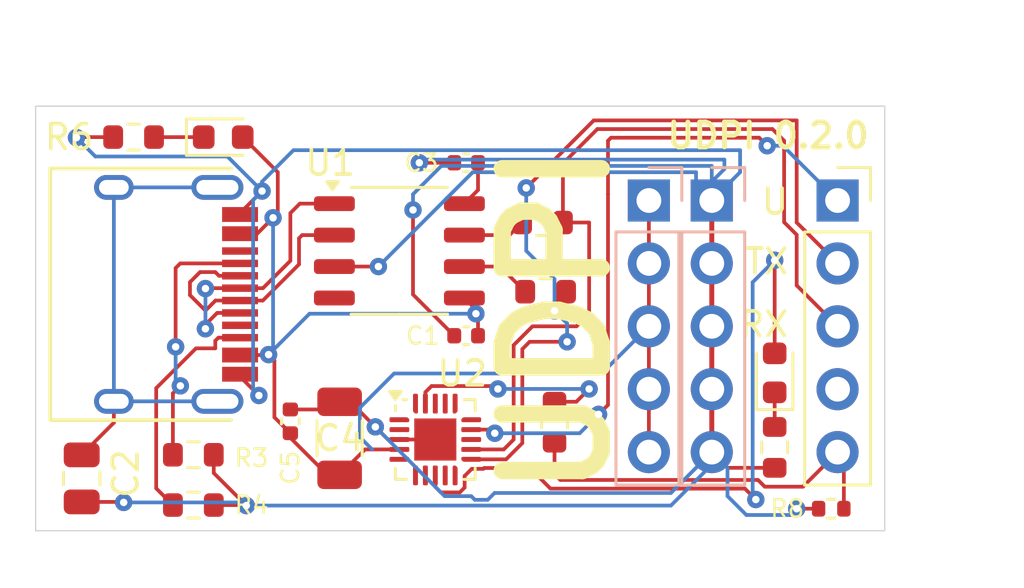
<source format=kicad_pcb>
(kicad_pcb (version 20240108) (generator "pcbnew") (generator_version "8.0")
  (layers (0 "F.Cu" signal) (31 "B.Cu" signal) (34 "B.Paste" user) (35 "F.Paste" user) (36 "B.SilkS" user "B.Silkscreen") (37 "F.SilkS" user "F.Silkscreen") (38 "B.Mask" user) (39 "F.Mask" user) (44 "Edge.Cuts" user))
  (net 0 "")
  (net 1 "5V")
  (net 2 "GND")
  (net 3 "Net-(J2-SHIELD)")
  (net 4 "Net-(U1-V3)")
  (net 5 "+3.3V")
  (net 6 "Net-(D1-K)")
  (net 7 "Net-(D2-K)")
  (net 8 "LED")
  (net 9 "D-")
  (net 10 "Net-(J2-CC1)")
  (net 11 "D+")
  (net 12 "Net-(J2-CC2)")
  (net 13 "PROG")
  (net 15 "MCU_UDPI")
  (net 16 "SERIAL_TX")
  (net 17 "Net-(U1-TXD)")
  (net 18 "Net-(U1-RXD)")
  (net 19 "SERIAL_RX")
  (net 20 "Net-(U2-~{RESET}{slash}PA0)")
  (footprint "Capacitor_SMD:C_0402_1005Metric" (layer "F.Cu") (at 216.14 51.181 180)
    (property "Reference" "C1" (at 1.75 0 0) (layer "F.SilkS") (effects (font (size 0.7 0.7) (thickness 0.1))))
    (property "Value" "0.1uf")
    (fp_line (start -0.107836 0.36) (end 0.107836 0.36) (stroke (width 0.12)) (layer "F.SilkS"))
    (fp_line (start -0.107836 -0.36) (end 0.107836 -0.36) (stroke (width 0.12)) (layer "F.SilkS"))
    (pad "1" smd roundrect (at -0.48 0 180) (size 0.56 0.62) (layers "F.Cu" "F.Paste" "F.Mask") (net 1 "5V"))
    (pad "2" smd roundrect (at 0.48 0 180) (size 0.56 0.62) (layers "F.Cu" "F.Paste" "F.Mask") (net 2 "GND"))
  )
  (footprint "Package_SO:SOP-8_3.9x4.9mm_P1.27mm" (layer "F.Cu") (at 213.445 47.752)
    (property "Reference" "U1" (at -2.794 -3.556 0) (layer "F.SilkS"))
    (property "Value" "CH340N")
    (fp_line (start 0 -2.56) (end -1.95 -2.56) (stroke (width 0.12)) (layer "F.SilkS"))
    (fp_line (start 0 -2.56) (end 1.95 -2.56) (stroke (width 0.12)) (layer "F.SilkS"))
    (fp_line (start 0 2.56) (end -1.95 2.56) (stroke (width 0.12)) (layer "F.SilkS"))
    (fp_line (start 0 2.56) (end 1.95 2.56) (stroke (width 0.12)) (layer "F.SilkS"))
    (fp_poly (pts (xy -2.7 -2.465) (xy -2.94 -2.795) (xy -2.46 -2.795) (xy -2.7 -2.465)) (stroke (width 0.12)) (fill solid) (layer "F.SilkS"))
    (pad "1" smd roundrect (at -2.625 -1.905) (size 1.65 0.6) (layers "F.Cu" "F.Paste" "F.Mask") (net 11 "D+"))
    (pad "2" smd roundrect (at -2.625 -0.635) (size 1.65 0.6) (layers "F.Cu" "F.Paste" "F.Mask") (net 9 "D-"))
    (pad "3" smd roundrect (at -2.625 0.635) (size 1.65 0.6) (layers "F.Cu" "F.Paste" "F.Mask") (net 2 "GND"))
    (pad "4" smd roundrect (at -2.625 1.905) (size 1.65 0.6) (layers "F.Cu" "F.Paste" "F.Mask"))
    (pad "5" smd roundrect (at 2.625 1.905) (size 1.65 0.6) (layers "F.Cu" "F.Paste" "F.Mask") (net 1 "5V"))
    (pad "6" smd roundrect (at 2.625 0.635) (size 1.65 0.6) (layers "F.Cu" "F.Paste" "F.Mask") (net 17 "Net-(U1-TXD)"))
    (pad "7" smd roundrect (at 2.625 -0.635) (size 1.65 0.6) (layers "F.Cu" "F.Paste" "F.Mask") (net 18 "Net-(U1-RXD)"))
    (pad "8" smd roundrect (at 2.625 -1.905) (size 1.65 0.6) (layers "F.Cu" "F.Paste" "F.Mask") (net 4 "Net-(U1-V3)"))
  )
  (footprint "Resistor_SMD:R_0603_1608Metric" (layer "F.Cu") (at 219.351 49.403)
    (property "Reference" "R1")
    (property "Value" "1k")
    (fp_line (start -0.237258 -0.5225) (end 0.237258 -0.5225) (stroke (width 0.12)) (layer "F.SilkS"))
    (fp_line (start -0.237258 0.5225) (end 0.237258 0.5225) (stroke (width 0.12)) (layer "F.SilkS"))
    (pad "1" smd roundrect (at -0.825 0) (size 0.8 0.95) (layers "F.Cu" "F.Paste" "F.Mask") (net 17 "Net-(U1-TXD)"))
    (pad "2" smd roundrect (at 0.825 0) (size 0.8 0.95) (layers "F.Cu" "F.Paste" "F.Mask") (net 16 "SERIAL_TX"))
  )
  (footprint "BreadModular_TypeC:HRO-TYPE-C-31-M-12" (layer "F.Cu") (at 199.315 49.51 -90)
    (property "Reference" "J2")
    (property "Value" "USB_C_Receptacle_USB2.0_14P")
    (fp_line (start -5.08 -0.033) (end 5.08 -0.033) (stroke (width 0.15)) (layer "F.SilkS"))
    (fp_line (start -5.08 -0.033) (end -5.08 -7.333) (stroke (width 0.15)) (layer "F.SilkS"))
    (fp_line (start 5.08 -0.033) (end 5.08 -7.333) (stroke (width 0.15)) (layer "F.SilkS"))
    (pad "" np_thru_hole circle (at -2.89 -6.25 270) (size 0.65 0.65) (drill 0.65) (layers "*.Cu" "*.Mask"))
    (pad "" np_thru_hole circle (at 2.89 -6.25 270) (size 0.65 0.65) (drill 0.65) (layers "*.Cu" "*.Mask"))
    (pad "A1" smd rect (at -3.225 -7.695 270) (size 0.6 1.45) (layers "F.Cu" "F.Paste" "F.Mask") (net 2 "GND"))
    (pad "A4" smd rect (at -2.45 -7.695 270) (size 0.6 1.45) (layers "F.Cu" "F.Paste" "F.Mask") (net 1 "5V"))
    (pad "A5" smd rect (at -1.25 -7.695 270) (size 0.3 1.45) (layers "F.Cu" "F.Paste" "F.Mask") (net 10 "Net-(J2-CC1)"))
    (pad "A6" smd rect (at -0.25 -7.695 270) (size 0.3 1.45) (layers "F.Cu" "F.Paste" "F.Mask") (net 11 "D+"))
    (pad "A7" smd rect (at 0.25 -7.695 270) (size 0.3 1.45) (layers "F.Cu" "F.Paste" "F.Mask") (net 9 "D-"))
    (pad "A8" smd rect (at 1.25 -7.695 270) (size 0.3 1.45) (layers "F.Cu" "F.Paste" "F.Mask"))
    (pad "A9" smd rect (at 2.45 -7.695 270) (size 0.6 1.45) (layers "F.Cu" "F.Paste" "F.Mask") (net 1 "5V"))
    (pad "A12" smd rect (at 3.225 -7.695 270) (size 0.6 1.45) (layers "F.Cu" "F.Paste" "F.Mask") (net 2 "GND"))
    (pad "B5" smd rect (at 1.75 -7.695 270) (size 0.3 1.45) (layers "F.Cu" "F.Paste" "F.Mask") (net 12 "Net-(J2-CC2)"))
    (pad "B6" smd rect (at 0.75 -7.695 270) (size 0.3 1.45) (layers "F.Cu" "F.Paste" "F.Mask") (net 11 "D+"))
    (pad "B7" smd rect (at -0.75 -7.695 270) (size 0.3 1.45) (layers "F.Cu" "F.Paste" "F.Mask") (net 9 "D-"))
    (pad "B8" smd rect (at -1.75 -7.695 270) (size 0.3 1.45) (layers "F.Cu" "F.Paste" "F.Mask"))
    (pad "S1" thru_hole oval (at -4.32 -6.78 270) (size 1 2.1) (drill oval 0.6 1.7) (layers "*.Cu" "*.Paste" "*.Mask") (net 3 "Net-(J2-SHIELD)"))
    (pad "S1" thru_hole oval (at -4.32 -2.6 270) (size 1 1.6) (drill oval 0.6 1.2) (layers "*.Cu" "*.Paste" "*.Mask") (net 3 "Net-(J2-SHIELD)"))
    (pad "S1" thru_hole oval (at 4.32 -6.78 270) (size 1 2.1) (drill oval 0.6 1.7) (layers "*.Cu" "*.Paste" "*.Mask") (net 3 "Net-(J2-SHIELD)"))
    (pad "S1" thru_hole oval (at 4.32 -2.6 270) (size 1 1.6) (drill oval 0.6 1.2) (layers "*.Cu" "*.Paste" "*.Mask") (net 3 "Net-(J2-SHIELD)"))
  )
  (footprint "Resistor_SMD:R_0603_1608Metric" (layer "F.Cu") (at 205.124 55.987)
    (property "Reference" "R3" (at 2.349 0.127 0) (layer "F.SilkS") (effects (font (size 0.7 0.7) (thickness 0.1))))
    (property "Value" "5.1k")
    (fp_line (start -0.237258 -0.5225) (end 0.237258 -0.5225) (stroke (width 0.12)) (layer "F.SilkS"))
    (fp_line (start -0.237258 0.5225) (end 0.237258 0.5225) (stroke (width 0.12)) (layer "F.SilkS"))
    (pad "1" smd roundrect (at -0.825 0) (size 0.8 0.95) (layers "F.Cu" "F.Paste" "F.Mask") (net 10 "Net-(J2-CC1)"))
    (pad "2" smd roundrect (at 0.825 0) (size 0.8 0.95) (layers "F.Cu" "F.Paste" "F.Mask") (net 2 "GND"))
  )
  (footprint "Capacitor_SMD:C_0402_1005Metric" (layer "F.Cu") (at 209.042 54.638 -90)
    (property "Reference" "C5" (at 1.877 0 90) (layer "F.SilkS") (effects (font (size 0.7 0.7) (thickness 0.1))))
    (property "Value" "100nf")
    (fp_line (start -0.107836 0.36) (end 0.107836 0.36) (stroke (width 0.12)) (layer "F.SilkS"))
    (fp_line (start -0.107836 -0.36) (end 0.107836 -0.36) (stroke (width 0.12)) (layer "F.SilkS"))
    (pad "1" smd roundrect (at -0.48 0 270) (size 0.56 0.62) (layers "F.Cu" "F.Paste" "F.Mask") (net 2 "GND"))
    (pad "2" smd roundrect (at 0.48 0 270) (size 0.56 0.62) (layers "F.Cu" "F.Paste" "F.Mask") (net 1 "5V"))
  )
  (footprint "Capacitor_SMD:C_1206_3216Metric" (layer "F.Cu") (at 211.032 55.323 -90)
    (property "Reference" "C4" (at 0 0 180) (layer "F.SilkS"))
    (property "Value" "100uf")
    (fp_line (start -0.711252 0.91) (end 0.711252 0.91) (stroke (width 0.12)) (layer "F.SilkS"))
    (fp_line (start -0.711252 -0.91) (end 0.711252 -0.91) (stroke (width 0.12)) (layer "F.SilkS"))
    (pad "1" smd roundrect (at -1.475 0 270) (size 1.15 1.8) (layers "F.Cu" "F.Paste" "F.Mask") (roundrect_rratio 0.217391) (net 2 "GND"))
    (pad "2" smd roundrect (at 1.475 0 270) (size 1.15 1.8) (layers "F.Cu" "F.Paste" "F.Mask") (roundrect_rratio 0.217391) (net 1 "5V"))
  )
  (footprint "LED_SMD:LED_0603_1608Metric" (layer "F.Cu") (at 206.331 43.16)
    (property "Reference" "D1")
    (property "Value" "LED")
    (fp_line (start -1.485 -0.735) (end -1.485 0.735) (stroke (width 0.12)) (layer "F.SilkS"))
    (fp_line (start -1.485 0.735) (end 0.8 0.735) (stroke (width 0.12)) (layer "F.SilkS"))
    (fp_line (start 0.8 -0.735) (end -1.485 -0.735) (stroke (width 0.12)) (layer "F.SilkS"))
    (pad "1" smd roundrect (at -0.7875 0) (size 0.875 0.95) (layers "F.Cu" "F.Paste" "F.Mask") (net 6 "Net-(D1-K)"))
    (pad "2" smd roundrect (at 0.7875 0) (size 0.875 0.95) (layers "F.Cu" "F.Paste" "F.Mask") (net 1 "5V"))
  )
  (footprint "Resistor_SMD:R_0603_1608Metric" (layer "F.Cu") (at 228.6 55.69 -90)
    (property "Reference" "R7")
    (property "Value" "1k")
    (fp_line (start -0.237258 0.5225) (end 0.237258 0.5225) (stroke (width 0.12)) (layer "F.SilkS"))
    (fp_line (start -0.237258 -0.5225) (end 0.237258 -0.5225) (stroke (width 0.12)) (layer "F.SilkS"))
    (pad "1" smd roundrect (at -0.825 0 270) (size 0.8 0.95) (layers "F.Cu" "F.Paste" "F.Mask") (net 7 "Net-(D2-K)"))
    (pad "2" smd roundrect (at 0.825 0 270) (size 0.8 0.95) (layers "F.Cu" "F.Paste" "F.Mask") (net 2 "GND"))
  )
  (footprint "Package_DFN_QFN:VQFN-20-1EP_3x3mm_P0.4mm_EP1.7x1.7mm" (layer "F.Cu") (at 214.895 55.372)
    (property "Reference" "U2" (at 1.09 -2.667 0) (layer "F.SilkS"))
    (property "Value" "ATtiny1616-M")
    (fp_line (start -1.61 -1.16) (end -1.61 -1.37) (stroke (width 0.12)) (layer "F.SilkS"))
    (fp_line (start -1.61 1.61) (end -1.61 1.16) (stroke (width 0.12)) (layer "F.SilkS"))
    (fp_line (start -1.16 -1.61) (end -1.31 -1.61) (stroke (width 0.12)) (layer "F.SilkS"))
    (fp_line (start -1.16 1.61) (end -1.61 1.61) (stroke (width 0.12)) (layer "F.SilkS"))
    (fp_line (start 1.16 -1.61) (end 1.61 -1.61) (stroke (width 0.12)) (layer "F.SilkS"))
    (fp_line (start 1.16 1.61) (end 1.61 1.61) (stroke (width 0.12)) (layer "F.SilkS"))
    (fp_line (start 1.61 -1.61) (end 1.61 -1.16) (stroke (width 0.12)) (layer "F.SilkS"))
    (fp_line (start 1.61 1.61) (end 1.61 1.16) (stroke (width 0.12)) (layer "F.SilkS"))
    (fp_poly (pts (xy -1.61 -1.61) (xy -1.85 -1.94) (xy -1.37 -1.94) (xy -1.61 -1.61)) (stroke (width 0.12)) (fill solid) (layer "F.SilkS"))
    (pad "1" smd custom (at -1.45 -0.8) (size 0.143431 0.143431) (layers "F.Cu" "F.Paste" "F.Mask") (options (clearance outline) (anchor circle)) (primitives (gr_poly (pts (xy -0.35 -0.05) (xy 0.299289 -0.05) (xy 0.35 0.000711) (xy 0.35 0.05) (xy -0.35 0.05)) (width 0.1) (fill yes))))
    (pad "2" smd roundrect (at -1.45 -0.4) (size 0.8 0.2) (layers "F.Cu" "F.Paste" "F.Mask"))
    (pad "3" smd roundrect (at -1.45 0) (size 0.8 0.2) (layers "F.Cu" "F.Paste" "F.Mask") (net 2 "GND"))
    (pad "4" smd roundrect (at -1.45 0.4) (size 0.8 0.2) (layers "F.Cu" "F.Paste" "F.Mask") (net 1 "5V"))
    (pad "5" smd custom (at -1.45 0.8) (size 0.143431 0.143431) (layers "F.Cu" "F.Paste" "F.Mask") (options (clearance outline) (anchor circle)) (primitives (gr_poly (pts (xy -0.35 -0.05) (xy 0.35 -0.05) (xy 0.35 -0.000711) (xy 0.299289 0.05) (xy -0.35 0.05)) (width 0.1) (fill yes))))
    (pad "6" smd custom (at -0.8 1.45) (size 0.143431 0.143431) (layers "F.Cu" "F.Paste" "F.Mask") (options (clearance outline) (anchor circle)) (primitives (gr_poly (pts (xy -0.05 -0.299289) (xy 0.000711 -0.35) (xy 0.05 -0.35) (xy 0.05 0.35) (xy -0.05 0.35)) (width 0.1) (fill yes))))
    (pad "7" smd roundrect (at -0.4 1.45) (size 0.2 0.8) (layers "F.Cu" "F.Paste" "F.Mask"))
    (pad "8" smd roundrect (at 0 1.45) (size 0.2 0.8) (layers "F.Cu" "F.Paste" "F.Mask") (net 8 "LED"))
    (pad "9" smd roundrect (at 0.4 1.45) (size 0.2 0.8) (layers "F.Cu" "F.Paste" "F.Mask"))
    (pad "10" smd custom (at 0.8 1.45) (size 0.143431 0.143431) (layers "F.Cu" "F.Paste" "F.Mask") (options (clearance outline) (anchor circle)) (primitives (gr_poly (pts (xy -0.05 -0.35) (xy -0.000711 -0.35) (xy 0.05 -0.299289) (xy 0.05 0.35) (xy -0.05 0.35)) (width 0.1) (fill yes))))
    (pad "11" smd custom (at 1.45 0.8) (size 0.143431 0.143431) (layers "F.Cu" "F.Paste" "F.Mask") (net 16 "SERIAL_TX") (options (clearance outline) (anchor circle)) (primitives (gr_poly (pts (xy -0.35 -0.05) (xy 0.35 -0.05) (xy 0.35 0.05) (xy -0.299289 0.05) (xy -0.35 -0.000711)) (width 0.1) (fill yes))))
    (pad "12" smd roundrect (at 1.45 0.4) (size 0.8 0.2) (layers "F.Cu" "F.Paste" "F.Mask") (net 19 "SERIAL_RX"))
    (pad "13" smd roundrect (at 1.45 0) (size 0.8 0.2) (layers "F.Cu" "F.Paste" "F.Mask"))
    (pad "14" smd roundrect (at 1.45 -0.4) (size 0.8 0.2) (layers "F.Cu" "F.Paste" "F.Mask") (net 13 "PROG"))
    (pad "15" smd custom (at 1.45 -0.8) (size 0.143431 0.143431) (layers "F.Cu" "F.Paste" "F.Mask") (options (clearance outline) (anchor circle)) (primitives (gr_poly (pts (xy -0.35 0.000711) (xy -0.299289 -0.05) (xy 0.35 -0.05) (xy 0.35 0.05) (xy -0.35 0.05)) (width 0.1) (fill yes))))
    (pad "16" smd custom (at 0.8 -1.45) (size 0.143431 0.143431) (layers "F.Cu" "F.Paste" "F.Mask") (options (clearance outline) (anchor circle)) (primitives (gr_poly (pts (xy -0.05 -0.35) (xy 0.05 -0.35) (xy 0.05 0.299289) (xy -0.000711 0.35) (xy -0.05 0.35)) (width 0.1) (fill yes))))
    (pad "17" smd roundrect (at 0.4 -1.45) (size 0.2 0.8) (layers "F.Cu" "F.Paste" "F.Mask"))
    (pad "18" smd roundrect (at 0 -1.45) (size 0.2 0.8) (layers "F.Cu" "F.Paste" "F.Mask"))
    (pad "19" smd roundrect (at -0.4 -1.45) (size 0.2 0.8) (layers "F.Cu" "F.Paste" "F.Mask") (net 20 "Net-(U2-~{RESET}{slash}PA0)"))
    (pad "20" smd custom (at -0.8 -1.45) (size 0.143431 0.143431) (layers "F.Cu" "F.Paste" "F.Mask") (options (clearance outline) (anchor circle)) (primitives (gr_poly (pts (xy -0.05 -0.35) (xy 0.05 -0.35) (xy 0.05 0.35) (xy 0.000711 0.35) (xy -0.05 0.299289)) (width 0.1) (fill yes))))
    (pad "21" smd rect (at 0 0) (size 1.7 1.7) (property pad_prop_heatsink) (layers "F.Cu" "F.Mask") (net 2 "GND"))
  )
  (footprint "Capacitor_SMD:C_0402_1005Metric" (layer "F.Cu") (at 216.14 44.196)
    (property "Reference" "C3" (at -1.806 0 0) (layer "F.SilkS") (effects (font (size 0.7 0.7) (thickness 0.1))))
    (property "Value" "0.1uf")
    (fp_line (start -0.107836 -0.36) (end 0.107836 -0.36) (stroke (width 0.12)) (layer "F.SilkS"))
    (fp_line (start -0.107836 0.36) (end 0.107836 0.36) (stroke (width 0.12)) (layer "F.SilkS"))
    (pad "1" smd roundrect (at -0.48 0) (size 0.56 0.62) (layers "F.Cu" "F.Paste" "F.Mask") (net 2 "GND"))
    (pad "2" smd roundrect (at 0.48 0) (size 0.56 0.62) (layers "F.Cu" "F.Paste" "F.Mask") (net 4 "Net-(U1-V3)"))
  )
  (footprint "Resistor_SMD:R_0402_1005Metric" (layer "F.Cu") (at 230.884 58.166 180)
    (property "Reference" "R8" (at 1.776 0 0) (layer "F.SilkS") (effects (font (size 0.7 0.7) (thickness 0.1))))
    (property "Value" "100k")
    (fp_line (start -0.153641 0.38) (end 0.153641 0.38) (stroke (width 0.12)) (layer "F.SilkS"))
    (fp_line (start -0.153641 -0.38) (end 0.153641 -0.38) (stroke (width 0.12)) (layer "F.SilkS"))
    (pad "1" smd roundrect (at -0.51 0 180) (size 0.54 0.64) (layers "F.Cu" "F.Paste" "F.Mask") (net 15 "MCU_UDPI"))
    (pad "2" smd roundrect (at 0.51 0 180) (size 0.54 0.64) (layers "F.Cu" "F.Paste" "F.Mask") (net 2 "GND"))
  )
  (footprint "LED_SMD:LED_0603_1608Metric" (layer "F.Cu") (at 228.6 52.6795 90)
    (property "Reference" "D2")
    (property "Value" "LED")
    (fp_line (start 0.8 -0.735) (end -1.485 -0.735) (stroke (width 0.12)) (layer "F.SilkS"))
    (fp_line (start -1.485 -0.735) (end -1.485 0.735) (stroke (width 0.12)) (layer "F.SilkS"))
    (fp_line (start -1.485 0.735) (end 0.8 0.735) (stroke (width 0.12)) (layer "F.SilkS"))
    (pad "1" smd roundrect (at -0.7875 0 90) (size 0.875 0.95) (layers "F.Cu" "F.Paste" "F.Mask") (net 7 "Net-(D2-K)"))
    (pad "2" smd roundrect (at 0.7875 0 90) (size 0.875 0.95) (layers "F.Cu" "F.Paste" "F.Mask") (net 8 "LED"))
  )
  (footprint "Resistor_SMD:R_0603_1608Metric" (layer "F.Cu") (at 205.125 58.019)
    (property "Reference" "R4" (at 2.35 0 0) (layer "F.SilkS") (effects (font (size 0.7 0.7) (thickness 0.1))))
    (property "Value" "5.1k")
    (fp_line (start -0.237258 -0.5225) (end 0.237258 -0.5225) (stroke (width 0.12)) (layer "F.SilkS"))
    (fp_line (start -0.237258 0.5225) (end 0.237258 0.5225) (stroke (width 0.12)) (layer "F.SilkS"))
    (pad "1" smd roundrect (at -0.825 0) (size 0.8 0.95) (layers "F.Cu" "F.Paste" "F.Mask") (net 12 "Net-(J2-CC2)"))
    (pad "2" smd roundrect (at 0.825 0) (size 0.8 0.95) (layers "F.Cu" "F.Paste" "F.Mask") (net 2 "GND"))
  )
  (footprint "Resistor_SMD:R_0603_1608Metric" (layer "F.Cu") (at 219.71 54.673 -90)
    (property "Reference" "R5")
    (property "Value" "4.7k")
    (fp_line (start -0.237258 0.5225) (end 0.237258 0.5225) (stroke (width 0.12)) (layer "F.SilkS"))
    (fp_line (start -0.237258 -0.5225) (end 0.237258 -0.5225) (stroke (width 0.12)) (layer "F.SilkS"))
    (pad "1" smd roundrect (at -0.825 0 270) (size 0.8 0.95) (layers "F.Cu" "F.Paste" "F.Mask") (net 20 "Net-(U2-~{RESET}{slash}PA0)"))
    (pad "2" smd roundrect (at 0.825 0 270) (size 0.8 0.95) (layers "F.Cu" "F.Paste" "F.Mask") (net 15 "MCU_UDPI"))
  )
  (footprint "Capacitor_SMD:C_0805_2012Metric" (layer "F.Cu") (at 200.616 56.942 -90)
    (property "Reference" "C2" (at -0.193 -1.778 90) (layer "F.SilkS"))
    (property "Value" "10nf")
    (fp_line (start -0.261252 0.735) (end 0.261252 0.735) (stroke (width 0.12)) (layer "F.SilkS"))
    (fp_line (start -0.261252 -0.735) (end 0.261252 -0.735) (stroke (width 0.12)) (layer "F.SilkS"))
    (pad "1" smd roundrect (at -0.95 0 270) (size 1 1.45) (layers "F.Cu" "F.Paste" "F.Mask") (net 3 "Net-(J2-SHIELD)"))
    (pad "2" smd roundrect (at 0.95 0 270) (size 1 1.45) (layers "F.Cu" "F.Paste" "F.Mask") (net 2 "GND"))
  )
  (footprint "Resistor_SMD:R_0603_1608Metric" (layer "F.Cu") (at 202.712 43.16 180)
    (property "Reference" "R6" (at 2.604 0 0) (layer "F.SilkS"))
    (property "Value" "1k")
    (fp_line (start -0.237258 0.5225) (end 0.237258 0.5225) (stroke (width 0.12)) (layer "F.SilkS"))
    (fp_line (start -0.237258 -0.5225) (end 0.237258 -0.5225) (stroke (width 0.12)) (layer "F.SilkS"))
    (pad "1" smd roundrect (at -0.825 0 180) (size 0.8 0.95) (layers "F.Cu" "F.Paste" "F.Mask") (net 6 "Net-(D1-K)"))
    (pad "2" smd roundrect (at 0.825 0 180) (size 0.8 0.95) (layers "F.Cu" "F.Paste" "F.Mask") (net 2 "GND"))
  )
  (footprint "Resistor_SMD:R_0603_1608Metric" (layer "F.Cu") (at 219.224 46.609)
    (property "Reference" "R2")
    (property "Value" "1k")
    (fp_line (start -0.237258 -0.5225) (end 0.237258 -0.5225) (stroke (width 0.12)) (layer "F.SilkS"))
    (fp_line (start -0.237258 0.5225) (end 0.237258 0.5225) (stroke (width 0.12)) (layer "F.SilkS"))
    (pad "1" smd roundrect (at -0.825 0) (size 0.8 0.95) (layers "F.Cu" "F.Paste" "F.Mask") (net 18 "Net-(U1-RXD)"))
    (pad "2" smd roundrect (at 0.825 0) (size 0.8 0.95) (layers "F.Cu" "F.Paste" "F.Mask") (net 19 "SERIAL_RX"))
  )
  (footprint "Connector_PinSocket_2.54mm:PinSocket_1x05_P2.54mm_Vertical" (layer "F.Cu") (at 231.14 45.72)
    (property "Reference" "OUTPUT1")
    (property "Value" "Conn_01x05_Socket")
    (fp_line (start -1.33 1.27) (end -1.33 11.49) (stroke (width 0.12)) (layer "F.SilkS"))
    (fp_line (start -1.33 1.27) (end 1.33 1.27) (stroke (width 0.12)) (layer "F.SilkS"))
    (fp_line (start -1.33 11.49) (end 1.33 11.49) (stroke (width 0.12)) (layer "F.SilkS"))
    (fp_line (start 0 -1.33) (end 1.33 -1.33) (stroke (width 0.12)) (layer "F.SilkS"))
    (fp_line (start 1.33 -1.33) (end 1.33 0) (stroke (width 0.12)) (layer "F.SilkS"))
    (fp_line (start 1.33 1.27) (end 1.33 11.49) (stroke (width 0.12)) (layer "F.SilkS"))
    (pad "1" thru_hole rect (at 0 0) (size 1.7 1.7) (drill 1) (layers "*.Cu" "*.Mask") (net 13 "PROG"))
    (pad "2" thru_hole oval (at 0 2.54) (size 1.7 1.7) (drill 1) (layers "*.Cu" "*.Mask") (net 16 "SERIAL_TX"))
    (pad "3" thru_hole oval (at 0 5.08) (size 1.7 1.7) (drill 1) (layers "*.Cu" "*.Mask") (net 19 "SERIAL_RX"))
    (pad "4" thru_hole oval (at 0 7.62) (size 1.7 1.7) (drill 1) (layers "*.Cu" "*.Mask"))
    (pad "5" thru_hole oval (at 0 10.16) (size 1.7 1.7) (drill 1) (layers "*.Cu" "*.Mask") (net 15 "MCU_UDPI"))
  )
  (footprint "Connector_PinHeader_2.54mm:PinHeader_1x05_P2.54mm_Vertical" (layer "B.Cu") (at 226.06 45.72 180)
    (property "Reference" "GND1")
    (property "Value" "Conn_01x05_Pin")
    (fp_line (start 1.33 -1.27) (end -1.33 -1.27) (stroke (width 0.12)) (layer "B.SilkS"))
    (fp_line (start 1.33 -11.49) (end 1.33 -1.27) (stroke (width 0.12)) (layer "B.SilkS"))
    (fp_line (start 1.33 -11.49) (end -1.33 -11.49) (stroke (width 0.12)) (layer "B.SilkS"))
    (fp_line (start 0 1.33) (end -1.33 1.33) (stroke (width 0.12)) (layer "B.SilkS"))
    (fp_line (start -1.33 1.33) (end -1.33 0) (stroke (width 0.12)) (layer "B.SilkS"))
    (fp_line (start -1.33 -11.49) (end -1.33 -1.27) (stroke (width 0.12)) (layer "B.SilkS"))
    (pad "1" thru_hole rect (at 0 0 180) (size 1.7 1.7) (drill 1) (layers "*.Cu" "*.Mask") (net 2 "GND"))
    (pad "2" thru_hole oval (at 0 -2.54 180) (size 1.7 1.7) (drill 1) (layers "*.Cu" "*.Mask") (net 2 "GND"))
    (pad "3" thru_hole oval (at 0 -5.08 180) (size 1.7 1.7) (drill 1) (layers "*.Cu" "*.Mask") (net 2 "GND"))
    (pad "4" thru_hole oval (at 0 -7.62 180) (size 1.7 1.7) (drill 1) (layers "*.Cu" "*.Mask") (net 2 "GND"))
    (pad "5" thru_hole oval (at 0 -10.16 180) (size 1.7 1.7) (drill 1) (layers "*.Cu" "*.Mask") (net 2 "GND"))
  )
  (footprint "Connector_PinHeader_2.54mm:PinHeader_1x05_P2.54mm_Vertical" (layer "B.Cu") (at 223.52 45.72 180)
    (property "Reference" "VSUPPLY1")
    (property "Value" "Conn_01x05_Pin")
    (fp_line (start 1.33 -1.27) (end -1.33 -1.27) (stroke (width 0.12)) (layer "B.SilkS"))
    (fp_line (start 1.33 -11.49) (end 1.33 -1.27) (stroke (width 0.12)) (layer "B.SilkS"))
    (fp_line (start 1.33 -11.49) (end -1.33 -11.49) (stroke (width 0.12)) (layer "B.SilkS"))
    (fp_line (start 0 1.33) (end -1.33 1.33) (stroke (width 0.12)) (layer "B.SilkS"))
    (fp_line (start -1.33 1.33) (end -1.33 0) (stroke (width 0.12)) (layer "B.SilkS"))
    (fp_line (start -1.33 -11.49) (end -1.33 -1.27) (stroke (width 0.12)) (layer "B.SilkS"))
    (pad "1" thru_hole rect (at 0 0 180) (size 1.7 1.7) (drill 1) (layers "*.Cu" "*.Mask") (net 5 "+3.3V"))
    (pad "2" thru_hole oval (at 0 -2.54 180) (size 1.7 1.7) (drill 1) (layers "*.Cu" "*.Mask") (net 5 "+3.3V"))
    (pad "3" thru_hole oval (at 0 -5.08 180) (size 1.7 1.7) (drill 1) (layers "*.Cu" "*.Mask") (net 5 "+3.3V"))
    (pad "4" thru_hole oval (at 0 -7.62 180) (size 1.7 1.7) (drill 1) (layers "*.Cu" "*.Mask") (net 5 "+3.3V"))
    (pad "5" thru_hole oval (at 0 -10.16 180) (size 1.7 1.7) (drill 1) (layers "*.Cu" "*.Mask") (net 5 "+3.3V"))
  )
  (gr_line (start 198.755 59.055) (end 198.755 41.91) (stroke (width 0.05)) (layer "Edge.Cuts"))
  (gr_line (start 233.045 41.91) (end 233.045 59.055) (stroke (width 0.05)) (layer "Edge.Cuts"))
  (gr_line (start 233.045 59.055) (end 198.755 59.055) (stroke (width 0.05)) (layer "Edge.Cuts"))
  (gr_line (start 198.755 41.91) (end 233.045 41.91) (stroke (width 0.05)) (layer "Edge.Cuts"))
  (gr_text "UDPI" (at 222.123 58.039 90) (layer "F.SilkS") (effects (font (size 4 4) (thickness 0.7) (bold yes)) (justify left bottom)))
  (gr_text "U" (at 229.235 46.355 0) (layer "F.SilkS") (effects (font (size 1 1)) (justify right bottom)))
  (gr_text "TX" (at 229.235 48.768 0) (layer "F.SilkS") (effects (font (size 1 1)) (justify right bottom)))
  (gr_text "UDPI 0.2.0" (at 224.155 43.688 0) (layer "F.SilkS") (effects (font (size 1 1) (thickness 0.2) (bold yes)) (justify left bottom)))
  (gr_text "RX" (at 229.235 51.308 0) (layer "F.SilkS") (effects (font (size 1 1)) (justify right bottom)))
  (segment (start 207.1185 43.16) (end 208.534 44.5755) (width 0.15) (layer "F.Cu") (net 1))
  (segment (start 212.344 55.772) (end 213.445 55.772) (width 0.15) (layer "F.Cu") (net 1))
  (segment (start 211.032 56.798) (end 212.058 55.772) (width 0.15) (layer "F.Cu") (net 1))
  (segment (start 208.3435 46.4185) (end 207.702 47.06) (width 0.15) (layer "F.Cu") (net 1))
  (segment (start 208.146 51.96) (end 208.163 51.943) (width 0.15) (layer "F.Cu") (net 1))
  (segment (start 212.058 55.772) (end 212.344 55.772) (width 0.15) (layer "F.Cu") (net 1))
  (segment (start 207.702 47.06) (end 207.01 47.06) (width 0.15) (layer "F.Cu") (net 1))
  (segment (start 207.01 51.96) (end 208.146 51.96) (width 0.15) (layer "F.Cu") (net 1))
  (segment (start 208.534 44.5755) (end 208.534 46.228) (width 0.15) (layer "F.Cu") (net 1))
  (segment (start 208.397 52.177) (end 208.163 51.943) (width 0.15) (layer "F.Cu") (net 1))
  (segment (start 216.535 50.122) (end 216.07 49.657) (width 0.15) (layer "F.Cu") (net 1))
  (segment (start 209.042 55.302974) (end 210.784513 57.045487) (width 0.15) (layer "F.Cu") (net 1))
  (segment (start 209.042 55.118) (end 209.042 55.302974) (width 0.15) (layer "F.Cu") (net 1))
  (segment (start 216.62 50.377) (end 216.62 51.181) (width 0.15) (layer "F.Cu") (net 1))
  (segment (start 208.397 54.473) (end 208.397 52.177) (width 0.15) (layer "F.Cu") (net 1))
  (segment (start 216.535 50.292) (end 216.62 50.377) (width 0.15) (layer "F.Cu") (net 1))
  (segment (start 209.042 55.118) (end 208.397 54.473) (width 0.15) (layer "F.Cu") (net 1))
  (segment (start 208.534 46.228) (end 208.3435 46.4185) (width 0.15) (layer "F.Cu") (net 1))
  (segment (start 216.535 50.292) (end 216.535 50.122) (width 0.15) (layer "F.Cu") (net 1))
  (via (at 208.163 51.943) (size 0.7) (drill 0.3) (layers "F.Cu" "B.Cu") (net 1))
  (via (at 208.3435 46.4185) (size 0.7) (drill 0.3) (layers "F.Cu" "B.Cu") (net 1))
  (via (at 216.535 50.292) (size 0.7) (drill 0.3) (layers "F.Cu" "B.Cu") (net 1))
  (segment (start 209.814 50.292) (end 216.535 50.292) (width 0.15) (layer "B.Cu") (net 1))
  (segment (start 208.163 51.943) (end 208.3435 51.7625) (width 0.15) (layer "B.Cu") (net 1))
  (segment (start 208.3435 51.7625) (end 208.3435 46.4185) (width 0.15) (layer "B.Cu") (net 1))
  (segment (start 208.163 51.943) (end 209.814 50.292) (width 0.15) (layer "B.Cu") (net 1))
  (segment (start 201.887 43.16) (end 200.426 43.16) (width 0.15) (layer "F.Cu") (net 2))
  (segment (start 200.426 43.16) (end 200.406 43.18) (width 0.15) (layer "F.Cu") (net 2))
  (segment (start 207.01 46.228) (end 207.899 45.339) (width 0.15) (layer "F.Cu") (net 2))
  (segment (start 229.489 58.166) (end 230.247 58.166) (width 0.15) (layer "F.Cu") (net 2))
  (segment (start 205.949 55.987) (end 205.949 56.724) (width 0.15) (layer "F.Cu") (net 2))
  (segment (start 215.66 44.196) (end 214.249 44.196) (width 0.15) (layer "F.Cu") (net 2))
  (segment (start 212.598 48.387) (end 210.82 48.387) (width 0.15) (layer "F.Cu") (net 2))
  (segment (start 205.949 56.724) (end 207.264 58.039) (width 0.15) (layer "F.Cu") (net 2))
  (segment (start 213.995 49.516) (end 215.66 51.181) (width 0.15) (layer "F.Cu") (net 2))
  (segment (start 209.042 54.158) (end 210.722 54.158) (width 0.15) (layer "F.Cu") (net 2))
  (segment (start 228.6 56.515) (end 226.695 56.515) (width 0.15) (layer "F.Cu") (net 2))
  (segment (start 207.244 58.019) (end 207.264 58.039) (width 0.15) (layer "F.Cu") (net 2))
  (segment (start 202.311 57.912) (end 202.291 57.892) (width 0.15) (layer "F.Cu") (net 2))
  (segment (start 226.695 56.515) (end 226.06 55.88) (width 0.15) (layer "F.Cu") (net 2))
  (segment (start 205.95 58.019) (end 207.244 58.019) (width 0.15) (layer "F.Cu") (net 2))
  (segment (start 207.01 46.285) (end 207.01 46.228) (width 0.15) (layer "F.Cu") (net 2))
  (segment (start 213.995 46.101) (end 213.995 49.516) (width 0.15) (layer "F.Cu") (net 2))
  (segment (start 230.247 58.166) (end 230.374 58.293) (width 0.15) (layer "F.Cu") (net 2))
  (segment (start 226.06 45.72) (end 226.06 55.88) (width 0.2) (layer "F.Cu") (net 2))
  (segment (start 214.895 55.372) (end 213.445 55.372) (width 0.15) (layer "F.Cu") (net 2))
  (segment (start 212.983994 55.372) (end 213.445 55.372) (width 0.15) (layer "F.Cu") (net 2))
  (segment (start 211.032 53.848) (end 211.459994 53.848) (width 0.15) (layer "F.Cu") (net 2))
  (segment (start 202.291 57.892) (end 200.616 57.892) (width 0.15) (layer "F.Cu") (net 2))
  (segment (start 212.473497 54.861503) (end 212.983994 55.372) (width 0.15) (layer "F.Cu") (net 2))
  (segment (start 207.01 52.735) (end 207.01 52.832) (width 0.15) (layer "F.Cu") (net 2))
  (segment (start 211.459994 53.848) (end 212.473497 54.861503) (width 0.15) (layer "F.Cu") (net 2))
  (segment (start 207.01 52.832) (end 207.772 53.594) (width 0.15) (layer "F.Cu") (net 2))
  (segment (start 210.722 54.158) (end 211.032 53.848) (width 0.15) (layer "F.Cu") (net 2))
  (via (at 212.473497 54.861503) (size 0.7) (drill 0.3) (layers "F.Cu" "B.Cu") (net 2))
  (via (at 202.311 57.912) (size 0.7) (drill 0.3) (layers "F.Cu" "B.Cu") (net 2))
  (via (at 213.995 46.101) (size 0.7) (drill 0.3) (layers "F.Cu" "B.Cu") (net 2))
  (via (at 207.264 58.039) (size 0.7) (drill 0.3) (layers "F.Cu" "B.Cu") (net 2))
  (via (at 229.489 58.166) (size 0.7) (drill 0.3) (layers "F.Cu" "B.Cu") (net 2))
  (via (at 207.772 53.594) (size 0.7) (drill 0.3) (layers "F.Cu" "B.Cu") (net 2))
  (via (at 212.598 48.387) (size 0.7) (drill 0.3) (layers "F.Cu" "B.Cu") (net 2))
  (via (at 214.249 44.196) (size 0.7) (drill 0.3) (layers "F.Cu" "B.Cu") (net 2))
  (via (at 200.406 43.18) (size 0.7) (drill 0.3) (layers "F.Cu" "B.Cu") (net 2))
  (via (at 207.899 45.339) (size 0.7) (drill 0.3) (layers "F.Cu" "B.Cu") (net 2))
  (segment (start 207.899 45.339) (end 206.502 43.942) (width 0.15) (layer "B.Cu") (net 2))
  (segment (start 227.203 43.688) (end 227.203 44.577) (width 0.15) (layer "B.Cu") (net 2))
  (segment (start 214.376 44.069) (end 226.568 44.069) (width 0.15) (layer "B.Cu") (net 2))
  (segment (start 213.995 45.466) (end 215.138 44.323) (width 0.15) (layer "B.Cu") (net 2))
  (segment (start 207.538 53.36) (end 207.538 45.7) (width 0.15) (layer "B.Cu") (net 2))
  (segment (start 215.138 44.323) (end 226.06 44.323) (width 0.15) (layer "B.Cu") (net 2))
  (segment (start 226.695 56.515) (end 226.06 55.88) (width 0.15) (layer "B.Cu") (net 2))
  (segment (start 226.568 44.45) (end 226.06 44.958) (width 0.15) (layer "B.Cu") (net 2))
  (segment (start 214.249 44.196) (end 214.376 44.069) (width 0.15) (layer "B.Cu") (net 2))
  (segment (start 207.137 57.912) (end 207.264 58.039) (width 0.15) (layer "B.Cu") (net 2))
  (segment (start 226.06 44.323) (end 226.06 45.72) (width 0.15) (layer "B.Cu") (net 2))
  (segment (start 209.169 43.688) (end 227.203 43.688) (width 0.15) (layer "B.Cu") (net 2))
  (segment (start 207.538 45.7) (end 207.899 45.339) (width 0.15) (layer "B.Cu") (net 2))
  (segment (start 229.235 58.42) (end 227.457 58.42) (width 0.15) (layer "B.Cu") (net 2))
  (segment (start 202.311 57.912) (end 207.137 57.912) (width 0.15) (layer "B.Cu") (net 2))
  (segment (start 207.899 45.339) (end 207.899 44.958) (width 0.15) (layer "B.Cu") (net 2))
  (segment (start 207.899 44.958) (end 209.169 43.688) (width 0.15) (layer "B.Cu") (net 2))
  (segment (start 227.457 58.42) (end 226.695 57.658) (width 0.15) (layer "B.Cu") (net 2))
  (segment (start 216.408 44.577) (end 225.425 44.577) (width 0.15) (layer "B.Cu") (net 2))
  (segment (start 212.598 48.387) (end 216.408 44.577) (width 0.15) (layer "B.Cu") (net 2))
  (segment (start 213.995 46.101) (end 213.995 45.466) (width 0.15) (layer "B.Cu") (net 2))
  (segment (start 226.06 44.958) (end 226.06 45.72) (width 0.15) (layer "B.Cu") (net 2))
  (segment (start 224.409 58.039) (end 226.06 56.388) (width 0.15) (layer "B.Cu") (net 2))
  (segment (start 217.011259 57.807) (end 217.287259 57.531) (width 0.15) (layer "B.Cu") (net 2))
  (segment (start 224.409 57.531) (end 226.06 55.88) (width 0.15) (layer "B.Cu") (net 2))
  (segment (start 225.425 44.577) (end 225.425 45.085) (width 0.15) (layer "B.Cu") (net 2))
  (segment (start 226.695 57.658) (end 226.695 56.515) (width 0.15) (layer "B.Cu") (net 2))
  (segment (start 206.502 43.942) (end 201.168 43.942) (width 0.15) (layer "B.Cu") (net 2))
  (segment (start 227.203 44.577) (end 226.06 45.72) (width 0.15) (layer "B.Cu") (net 2))
  (segment (start 225.425 45.085) (end 226.06 45.72) (width 0.15) (layer "B.Cu") (net 2))
  (segment (start 226.06 56.388) (end 226.06 55.88) (width 0.15) (layer "B.Cu") (net 2))
  (segment (start 207.772 53.594) (end 207.538 53.36) (width 0.15) (layer "B.Cu") (net 2))
  (segment (start 201.168 43.942) (end 200.406 43.18) (width 0.15) (layer "B.Cu") (net 2))
  (segment (start 229.489 58.166) (end 229.235 58.42) (width 0.15) (layer "B.Cu") (net 2))
  (segment (start 226.568 44.069) (end 226.568 44.45) (width 0.15) (layer "B.Cu") (net 2))
  (segment (start 200.406 43.18) (end 200.533 43.053) (width 0.15) (layer "B.Cu") (net 2))
  (segment (start 216.493491 57.807) (end 217.011259 57.807) (width 0.15) (layer "B.Cu") (net 2))
  (segment (start 217.287259 57.531) (end 224.409 57.531) (width 0.15) (layer "B.Cu") (net 2))
  (segment (start 212.473497 54.861503) (end 215.269994 57.658) (width 0.15) (layer "B.Cu") (net 2))
  (segment (start 216.344491 57.658) (end 216.493491 57.807) (width 0.15) (layer "B.Cu") (net 2))
  (segment (start 215.269994 57.658) (end 216.344491 57.658) (width 0.15) (layer "B.Cu") (net 2))
  (segment (start 207.264 58.039) (end 224.409 58.039) (width 0.15) (layer "B.Cu") (net 2))
  (segment (start 200.616 55.992) (end 201.915 54.693) (width 0.15) (layer "F.Cu") (net 3))
  (segment (start 201.915 54.693) (end 201.915 53.83) (width 0.15) (layer "F.Cu") (net 3))
  (segment (start 201.915 53.83) (end 206.095 53.83) (width 0.15) (layer "B.Cu") (net 3))
  (segment (start 206.095 45.19) (end 201.915 45.19) (width 0.15) (layer "B.Cu") (net 3))
  (segment (start 201.915 45.19) (end 201.915 53.83) (width 0.15) (layer "B.Cu") (net 3))
  (segment (start 216.62 45.297) (end 216.62 44.196) (width 0.15) (layer "F.Cu") (net 4))
  (segment (start 216.07 45.847) (end 216.62 45.297) (width 0.15) (layer "F.Cu") (net 4))
  (segment (start 223.52 45.72) (end 223.52 55.88) (width 0.15) (layer "F.Cu") (net 5))
  (segment (start 211.848497 55.276497) (end 211.848497 54.089503) (width 0.15) (layer "B.Cu") (net 5))
  (segment (start 211.848497 54.089503) (end 213.233 52.705) (width 0.15) (layer "B.Cu") (net 5))
  (segment (start 212.344 55.772) (end 211.848497 55.276497) (width 0.15) (layer "B.Cu") (net 5))
  (segment (start 213.233 52.705) (end 221.615 52.705) (width 0.15) (layer "B.Cu") (net 5))
  (segment (start 221.615 52.705) (end 223.52 50.8) (width 0.15) (layer "B.Cu") (net 5))
  (segment (start 205.5435 43.16) (end 203.537 43.16) (width 0.15) (layer "F.Cu") (net 6))
  (segment (start 228.6 54.865) (end 228.6 53.467) (width 0.15) (layer "F.Cu") (net 7))
  (segment (start 214.895 57.283006) (end 214.895 56.822) (width 0.15) (layer "F.Cu") (net 8))
  (segment (start 216.366 56.557) (end 216.08 56.843) (width 0.15) (layer "F.Cu") (net 8))
  (segment (start 216.08 56.843) (end 216.08 57.310224) (width 0.15) (layer "F.Cu") (net 8))
  (segment (start 227.398 57.355) (end 219.547025 57.355) (width 0.15) (layer "F.Cu") (net 8))
  (segment (start 228.6 51.892) (end 228.6 48.133) (width 0.15) (layer "F.Cu") (net 8))
  (segment (start 217.905949 56.515) (end 217.898949 56.522) (width 0.15) (layer "F.Cu") (net 8))
  (segment (start 215.883224 57.507) (end 215.118994 57.507) (width 0.15) (layer "F.Cu") (net 8))
  (segment (start 227.838 57.795) (end 227.398 57.355) (width 0.15) (layer "F.Cu") (net 8))
  (segment (start 219.547025 57.355) (end 218.707025 56.515) (width 0.15) (layer "F.Cu") (net 8))
  (segment (start 215.118994 57.507) (end 214.895 57.283006) (width 0.15) (layer "F.Cu") (net 8))
  (segment (start 216.868224 56.522) (end 216.833224 56.557) (width 0.15) (layer "F.Cu") (net 8))
  (segment (start 217.898949 56.522) (end 216.868224 56.522) (width 0.15) (layer "F.Cu") (net 8))
  (segment (start 218.707025 56.515) (end 217.905949 56.515) (width 0.15) (layer "F.Cu") (net 8))
  (segment (start 216.08 57.310224) (end 215.883224 57.507) (width 0.15) (layer "F.Cu") (net 8))
  (segment (start 216.833224 56.557) (end 216.366 56.557) (width 0.15) (layer "F.Cu") (net 8))
  (via (at 228.6 48.133) (size 0.7) (drill 0.3) (layers "F.Cu" "B.Cu") (net 8))
  (via (at 227.838 57.795) (size 0.7) (drill 0.3) (layers "F.Cu" "B.Cu") (net 8))
  (segment (start 227.711 57.668) (end 227.711 49.022) (width 0.15) (layer "B.Cu") (net 8))
  (segment (start 227.711 49.022) (end 228.6 48.133) (width 0.15) (layer "B.Cu") (net 8))
  (segment (start 227.838 57.795) (end 227.711 57.668) (width 0.15) (layer "B.Cu") (net 8))
  (segment (start 209.392 47.244) (end 209.519 47.117) (width 0.15) (layer "F.Cu") (net 9))
  (segment (start 206.018 49.76) (end 205.613 50.165) (width 0.15) (layer "F.Cu") (net 9))
  (segment (start 207.01 49.76) (end 206.018 49.76) (width 0.15) (layer "F.Cu") (net 9))
  (segment (start 209.519 47.117) (end 210.82 47.117) (width 0.15) (layer "F.Cu") (net 9))
  (segment (start 209.045487 48.644487) (end 209.045488 48.644487) (width 0.15) (layer "F.Cu") (net 9))
  (segment (start 204.988 49.017116) (end 205.395116 48.61) (width 0.15) (layer "F.Cu") (net 9))
  (segment (start 206.01 48.61) (end 206.16 48.76) (width 0.15) (layer "F.Cu") (net 9))
  (segment (start 204.988 49.54) (end 204.988 49.017116) (width 0.15) (layer "F.Cu") (net 9))
  (segment (start 205.613 50.165) (end 204.988 49.54) (width 0.15) (layer "F.Cu") (net 9))
  (segment (start 209.392 48.297975) (end 209.392 47.244) (width 0.15) (layer "F.Cu") (net 9))
  (segment (start 205.395116 48.61) (end 206.01 48.61) (width 0.15) (layer "F.Cu") (net 9))
  (segment (start 209.045488 48.644487) (end 209.392 48.297975) (width 0.15) (layer "F.Cu") (net 9))
  (segment (start 207.929974 49.76) (end 209.045487 48.644487) (width 0.15) (layer "F.Cu") (net 9))
  (segment (start 206.16 48.76) (end 207.01 48.76) (width 0.15) (layer "F.Cu") (net 9))
  (segment (start 207.01 49.76) (end 207.929974 49.76) (width 0.15) (layer "F.Cu") (net 9))
  (segment (start 204.597 48.26) (end 207.01 48.26) (width 0.15) (layer "F.Cu") (net 10))
  (segment (start 204.299 55.987) (end 204.299 53.505884) (width 0.15) (layer "F.Cu") (net 10))
  (segment (start 204.409058 51.628058) (end 204.409058 48.447942) (width 0.15) (layer "F.Cu") (net 10))
  (segment (start 204.409058 48.447942) (end 204.597 48.26) (width 0.15) (layer "F.Cu") (net 10))
  (segment (start 204.299 53.505884) (end 204.599883 53.205001) (width 0.15) (layer "F.Cu") (net 10))
  (via (at 204.599883 53.205001) (size 0.7) (drill 0.3) (layers "F.Cu" "B.Cu") (net 10))
  (via (at 204.409058 51.628058) (size 0.7) (drill 0.3) (layers "F.Cu" "B.Cu") (net 10))
  (segment (start 204.599883 53.205001) (end 204.409058 53.014176) (width 0.15) (layer "B.Cu") (net 10))
  (segment (start 204.409058 53.014176) (end 204.409058 51.628058) (width 0.15) (layer "B.Cu") (net 10))
  (segment (start 205.61114 50.73386) (end 206.085 50.26) (width 0.15) (layer "F.Cu") (net 11))
  (segment (start 206.085 50.26) (end 207.01 50.26) (width 0.15) (layer "F.Cu") (net 11))
  (segment (start 205.629 49.26) (end 207.01 49.26) (width 0.15) (layer "F.Cu") (net 11))
  (segment (start 207.935 49.26) (end 209.042 48.153) (width 0.15) (layer "F.Cu") (net 11))
  (segment (start 209.423 45.847) (end 210.82 45.847) (width 0.15) (layer "F.Cu") (net 11))
  (segment (start 205.61114 50.899976) (end 205.61114 50.73386) (width 0.15) (layer "F.Cu") (net 11))
  (segment (start 207.01 49.26) (end 207.935 49.26) (width 0.15) (layer "F.Cu") (net 11))
  (segment (start 205.613 49.276) (end 205.629 49.26) (width 0.15) (layer "F.Cu") (net 11))
  (segment (start 209.042 46.228) (end 209.423 45.847) (width 0.15) (layer "F.Cu") (net 11))
  (segment (start 209.042 48.153) (end 209.042 46.228) (width 0.15) (layer "F.Cu") (net 11))
  (via (at 205.613 49.276) (size 0.7) (drill 0.3) (layers "F.Cu" "B.Cu") (net 11))
  (via (at 205.61114 50.899976) (size 0.7) (drill 0.3) (layers "F.Cu" "B.Cu") (net 11))
  (segment (start 205.613 50.898116) (end 205.61114 50.899976) (width 0.15) (layer "B.Cu") (net 11))
  (segment (start 205.613 49.276) (end 205.613 50.898116) (width 0.15) (layer "B.Cu") (net 11))
  (segment (start 206.01 51.385) (end 206.135 51.26) (width 0.15) (layer "F.Cu") (net 12))
  (segment (start 203.624 53.297) (end 205.232 51.689) (width 0.15) (layer "F.Cu") (net 12))
  (segment (start 206.01 51.689) (end 206.01 51.385) (width 0.15) (layer "F.Cu") (net 12))
  (segment (start 203.624 57.343) (end 203.624 53.297) (width 0.15) (layer "F.Cu") (net 12))
  (segment (start 204.3 58.019) (end 203.624 57.343) (width 0.15) (layer "F.Cu") (net 12))
  (segment (start 205.232 51.689) (end 206.01 51.689) (width 0.15) (layer "F.Cu") (net 12))
  (segment (start 206.135 51.26) (end 207.01 51.26) (width 0.15) (layer "F.Cu") (net 12))
  (segment (start 221.869 43.307) (end 221.991 43.185) (width 0.15) (layer "F.Cu") (net 13))
  (segment (start 227.975116 43.185) (end 228.298058 43.507942) (width 0.15) (layer "F.Cu") (net 13))
  (segment (start 221.869 53.975) (end 221.869 45.466) (width 0.15) (layer "F.Cu") (net 13))
  (segment (start 216.345 54.972) (end 217.151 54.972) (width 0.15) (layer "F.Cu") (net 13))
  (segment (start 217.151 54.972) (end 217.297 55.118) (width 0.15) (layer "F.Cu") (net 13))
  (segment (start 221.991 43.185) (end 222.25 43.185) (width 0.15) (layer "F.Cu") (net 13))
  (segment (start 222.25 43.185) (end 227.975116 43.185) (width 0.15) (layer "F.Cu") (net 13))
  (segment (start 221.488 54.356) (end 221.869 53.975) (width 0.15) (layer "F.Cu") (net 13))
  (segment (start 221.869 45.466) (end 221.869 43.307) (width 0.15) (layer "F.Cu") (net 13))
  (via (at 228.298058 43.507942) (size 0.7) (drill 0.3) (layers "F.Cu" "B.Cu") (net 13))
  (via (at 221.488 54.356) (size 0.7) (drill 0.3) (layers "F.Cu" "B.Cu") (net 13))
  (via (at 217.297 55.118) (size 0.7) (drill 0.3) (layers "F.Cu" "B.Cu") (net 13))
  (segment (start 217.297 55.118) (end 220.726 55.118) (width 0.15) (layer "B.Cu") (net 13))
  (segment (start 228.927942 43.507942) (end 231.14 45.72) (width 0.15) (layer "B.Cu") (net 13))
  (segment (start 220.726 55.118) (end 221.488 54.356) (width 0.15) (layer "B.Cu") (net 13))
  (segment (start 228.298058 43.507942) (end 228.927942 43.507942) (width 0.15) (layer "B.Cu") (net 13))
  (segment (start 231.394 58.293) (end 231.394 56.134) (width 0.15) (layer "F.Cu") (net 15))
  (segment (start 219.946 57.005) (end 227.926708 57.005) (width 0.15) (layer "F.Cu") (net 15))
  (segment (start 229.743 57.277) (end 231.14 55.88) (width 0.15) (layer "F.Cu") (net 15))
  (segment (start 228.198708 57.277) (end 229.743 57.277) (width 0.15) (layer "F.Cu") (net 15))
  (segment (start 219.71 56.769) (end 219.946 57.005) (width 0.15) (layer "F.Cu") (net 15))
  (segment (start 219.71 55.498) (end 219.71 56.769) (width 0.15) (layer "F.Cu") (net 15))
  (segment (start 227.926708 57.005) (end 228.198708 57.277) (width 0.15) (layer "F.Cu") (net 15))
  (segment (start 231.394 56.134) (end 231.14 55.88) (width 0.15) (layer "F.Cu") (net 15))
  (segment (start 219.71 50.175) (end 219.71 49.869) (width 0.15) (layer "F.Cu") (net 16))
  (segment (start 229.489 42.485) (end 229.489 46.609) (width 0.15) (layer "F.Cu") (net 16))
  (segment (start 217.753974 56.172) (end 216.345 56.172) (width 0.15) (layer "F.Cu") (net 16))
  (segment (start 218.567 45.212) (end 221.294 42.485) (width 0.15) (layer "F.Cu") (net 16))
  (segment (start 229.489 46.609) (end 231.14 48.26) (width 0.15) (layer "F.Cu") (net 16))
  (segment (start 221.294 42.485) (end 229.489 42.485) (width 0.15) (layer "F.Cu") (net 16))
  (segment (start 219.71 49.869) (end 220.176 49.403) (width 0.15) (layer "F.Cu") (net 16))
  (segment (start 218.704 51.425) (end 218.409 51.72) (width 0.15) (layer "F.Cu") (net 16))
  (segment (start 218.409 51.72) (end 218.409 55.516974) (width 0.15) (layer "F.Cu") (net 16))
  (segment (start 218.409 55.516974) (end 217.753974 56.172) (width 0.15) (layer "F.Cu") (net 16))
  (segment (start 220.218 51.425) (end 218.704 51.425) (width 0.15) (layer "F.Cu") (net 16))
  (via (at 220.218 51.425) (size 0.7) (drill 0.3) (layers "F.Cu" "B.Cu") (net 16))
  (via (at 219.71 50.175) (size 0.7) (drill 0.3) (layers "F.Cu" "B.Cu") (net 16))
  (via (at 218.567 45.212) (size 0.7) (drill 0.3) (layers "F.Cu" "B.Cu") (net 16))
  (segment (start 220.218 50.683) (end 219.71 50.175) (width 0.15) (layer "B.Cu") (net 16))
  (segment (start 220.218 51.425) (end 220.218 50.683) (width 0.15) (layer "B.Cu") (net 16))
  (segment (start 218.567 45.212) (end 218.567 47.752) (width 0.15) (layer "B.Cu") (net 16))
  (segment (start 219.71 48.895) (end 219.71 50.175) (width 0.15) (layer "B.Cu") (net 16))
  (segment (start 218.567 47.752) (end 219.71 48.895) (width 0.15) (layer "B.Cu") (net 16))
  (segment (start 217.51 48.387) (end 218.526 49.403) (width 0.15) (layer "F.Cu") (net 17))
  (segment (start 216.07 48.387) (end 217.51 48.387) (width 0.15) (layer "F.Cu") (net 17))
  (segment (start 216.07 47.117) (end 217.891 47.117) (width 0.15) (layer "F.Cu") (net 18))
  (segment (start 217.891 47.117) (end 218.399 46.609) (width 0.15) (layer "F.Cu") (net 18))
  (segment (start 221.107 50.292) (end 220.599 50.8) (width 0.15) (layer "F.Cu") (net 19))
  (segment (start 220.599 50.8) (end 218.821 50.8) (width 0.15) (layer "F.Cu") (net 19))
  (segment (start 217.659 55.772) (end 216.345 55.772) (width 0.15) (layer "F.Cu") (net 19))
  (segment (start 228.509 42.835) (end 221.438974 42.835) (width 0.15) (layer "F.Cu") (net 19))
  (segment (start 220.049 46.609) (end 221.107 46.609) (width 0.15) (layer "F.Cu") (net 19))
  (segment (start 229.489 49.149) (end 229.489 47.103975) (width 0.15) (layer "F.Cu") (net 19))
  (segment (start 218.059 51.562) (end 218.059 55.372) (width 0.15) (layer "F.Cu") (net 19))
  (segment (start 221.107 46.609) (end 221.107 50.292) (width 0.15) (layer "F.Cu") (net 19))
  (segment (start 218.059 55.372) (end 217.659 55.772) (width 0.15) (layer "F.Cu") (net 19))
  (segment (start 229.489 47.103975) (end 228.981 46.595975) (width 0.15) (layer "F.Cu") (net 19))
  (segment (start 220.049 44.224974) (end 220.049 46.609) (width 0.15) (layer "F.Cu") (net 19))
  (segment (start 228.981 43.307) (end 228.509 42.835) (width 0.15) (layer "F.Cu") (net 19))
  (segment (start 218.821 50.8) (end 218.059 51.562) (width 0.15) (layer "F.Cu") (net 19))
  (segment (start 231.14 50.8) (end 229.489 49.149) (width 0.15) (layer "F.Cu") (net 19))
  (segment (start 221.438974 42.835) (end 220.049 44.224974) (width 0.15) (layer "F.Cu") (net 19))
  (segment (start 228.981 46.595975) (end 228.981 43.307) (width 0.15) (layer "F.Cu") (net 19))
  (segment (start 220.589 53.848) (end 219.71 53.848) (width 0.15) (layer "F.Cu") (net 20))
  (segment (start 214.742994 53.213) (end 217.307 53.213) (width 0.15) (layer "F.Cu") (net 20))
  (segment (start 217.307 53.213) (end 217.424 53.33) (width 0.15) (layer "F.Cu") (net 20))
  (segment (start 214.495 53.460994) (end 214.742994 53.213) (width 0.15) (layer "F.Cu") (net 20))
  (segment (start 221.107 53.33) (end 220.589 53.848) (width 0.15) (layer "F.Cu") (net 20))
  (segment (start 214.495 53.922) (end 214.495 53.460994) (width 0.15) (layer "F.Cu") (net 20))
  (via (at 217.424 53.33) (size 0.7) (drill 0.3) (layers "F.Cu" "B.Cu") (net 20))
  (via (at 221.107 53.33) (size 0.7) (drill 0.3) (layers "F.Cu" "B.Cu") (net 20))
  (segment (start 217.424 53.33) (end 221.107 53.33) (width 0.15) (layer "B.Cu") (net 20))
)
</source>
